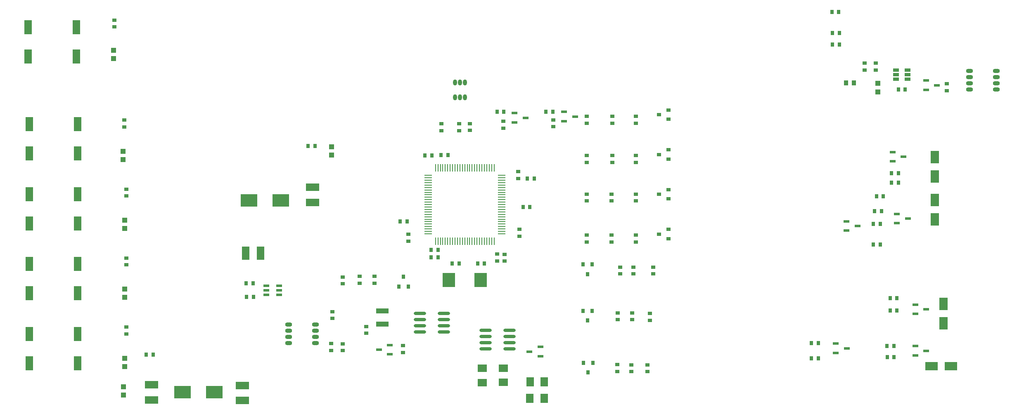
<source format=gtp>
G04*
G04 #@! TF.GenerationSoftware,Altium Limited,Altium Designer,22.3.1 (43)*
G04*
G04 Layer_Color=8421504*
%FSLAX24Y24*%
%MOIN*%
G70*
G04*
G04 #@! TF.SameCoordinates,EB2419D6-8F1E-4273-BF56-69E21729E32B*
G04*
G04*
G04 #@! TF.FilePolarity,Positive*
G04*
G01*
G75*
%ADD20R,0.0984X0.1181*%
%ADD21R,0.0315X0.0354*%
%ADD22O,0.0098X0.0610*%
%ADD23O,0.0610X0.0098*%
%ADD24O,0.0571X0.0354*%
%ADD25R,0.1102X0.0591*%
%ADD26R,0.0453X0.0236*%
%ADD27R,0.0984X0.0669*%
%ADD28R,0.1378X0.0984*%
%ADD29R,0.0394X0.0394*%
%ADD30R,0.0591X0.1102*%
%ADD31R,0.0354X0.0276*%
%ADD32R,0.0354X0.0315*%
%ADD33R,0.0591X0.0748*%
%ADD34R,0.0748X0.0591*%
%ADD35R,0.0315X0.0354*%
%ADD36R,0.0354X0.0315*%
%ADD37R,0.0512X0.0276*%
%ADD38R,0.0276X0.0354*%
%ADD39R,0.0433X0.0433*%
%ADD40R,0.0354X0.0394*%
%ADD41R,0.0626X0.1118*%
%ADD42R,0.0669X0.0984*%
%ADD43O,0.0984X0.0276*%
%ADD44O,0.0315X0.0492*%
%ADD45R,0.0480X0.0244*%
%ADD46R,0.1024X0.0433*%
D20*
X71060Y28389D02*
D03*
X73619D02*
D03*
D21*
X71876Y29700D02*
D03*
X71324D02*
D03*
X73926D02*
D03*
X73374D02*
D03*
X60250Y39200D02*
D03*
X59699D02*
D03*
X107898Y43774D02*
D03*
X107347D02*
D03*
X77950Y36596D02*
D03*
X77399D02*
D03*
X100876Y22050D02*
D03*
X100324D02*
D03*
X100876Y23283D02*
D03*
X100324D02*
D03*
X107350Y37006D02*
D03*
X106799D02*
D03*
X106450Y22150D02*
D03*
X107001D02*
D03*
X106976Y23050D02*
D03*
X106424D02*
D03*
X106674Y25900D02*
D03*
X107226D02*
D03*
X106674Y26900D02*
D03*
X107226D02*
D03*
X106126Y35150D02*
D03*
X105574D02*
D03*
X105324Y32900D02*
D03*
X105876D02*
D03*
X105324Y31250D02*
D03*
X105876D02*
D03*
X105976Y33950D02*
D03*
X105424D02*
D03*
X106799Y36256D02*
D03*
X107350D02*
D03*
X70424Y38496D02*
D03*
X70976D02*
D03*
X67124Y33100D02*
D03*
X67676D02*
D03*
X69124Y38446D02*
D03*
X69676D02*
D03*
X70176Y30200D02*
D03*
X69624D02*
D03*
X70176Y30800D02*
D03*
X69624D02*
D03*
X55276Y27000D02*
D03*
X54724D02*
D03*
X55251Y28100D02*
D03*
X54700D02*
D03*
X75500Y41996D02*
D03*
X74949D02*
D03*
X79450D02*
D03*
X78899D02*
D03*
X77050Y34296D02*
D03*
X77601D02*
D03*
X47176Y22350D02*
D03*
X46624D02*
D03*
D22*
X69980Y31515D02*
D03*
X70177D02*
D03*
X70374D02*
D03*
X70570D02*
D03*
X70767D02*
D03*
X70964D02*
D03*
X71161D02*
D03*
X71358D02*
D03*
X71555D02*
D03*
X71752D02*
D03*
X71948D02*
D03*
X72145D02*
D03*
X72342D02*
D03*
X72539D02*
D03*
X72736D02*
D03*
X72933D02*
D03*
X73130D02*
D03*
X73326D02*
D03*
X73523D02*
D03*
X73720D02*
D03*
X73917D02*
D03*
X74114D02*
D03*
X74311D02*
D03*
X74507D02*
D03*
X74704D02*
D03*
Y37440D02*
D03*
X74507D02*
D03*
X74311D02*
D03*
X74114D02*
D03*
X73917D02*
D03*
X73720D02*
D03*
X73523D02*
D03*
X73326D02*
D03*
X73130D02*
D03*
X72933D02*
D03*
X72736D02*
D03*
X72539D02*
D03*
X72342D02*
D03*
X72145D02*
D03*
X71948D02*
D03*
X71752D02*
D03*
X71555D02*
D03*
X71358D02*
D03*
X71161D02*
D03*
X70964D02*
D03*
X70767D02*
D03*
X70570D02*
D03*
X70374D02*
D03*
X70177D02*
D03*
X69980D02*
D03*
D23*
X75305Y32115D02*
D03*
Y32312D02*
D03*
Y32509D02*
D03*
Y32706D02*
D03*
Y32903D02*
D03*
Y33100D02*
D03*
Y33296D02*
D03*
Y33493D02*
D03*
Y33690D02*
D03*
Y33887D02*
D03*
Y34084D02*
D03*
Y34281D02*
D03*
Y34478D02*
D03*
Y34674D02*
D03*
Y34871D02*
D03*
Y35068D02*
D03*
Y35265D02*
D03*
Y35462D02*
D03*
Y35659D02*
D03*
Y35856D02*
D03*
Y36052D02*
D03*
Y36249D02*
D03*
Y36446D02*
D03*
Y36643D02*
D03*
Y36840D02*
D03*
X69380D02*
D03*
Y36643D02*
D03*
Y36446D02*
D03*
Y36249D02*
D03*
Y36052D02*
D03*
Y35856D02*
D03*
Y35659D02*
D03*
Y35462D02*
D03*
Y35265D02*
D03*
Y35068D02*
D03*
Y34871D02*
D03*
Y34674D02*
D03*
Y34478D02*
D03*
Y34281D02*
D03*
Y34084D02*
D03*
Y33887D02*
D03*
Y33690D02*
D03*
Y33493D02*
D03*
Y33296D02*
D03*
Y33100D02*
D03*
Y32903D02*
D03*
Y32706D02*
D03*
Y32509D02*
D03*
Y32312D02*
D03*
Y32115D02*
D03*
D24*
X58127Y24796D02*
D03*
Y24296D02*
D03*
Y23796D02*
D03*
Y23296D02*
D03*
X60273Y24796D02*
D03*
Y24296D02*
D03*
Y23796D02*
D03*
Y23296D02*
D03*
X115245Y43768D02*
D03*
Y44268D02*
D03*
Y44768D02*
D03*
Y45268D02*
D03*
X113100Y43768D02*
D03*
Y44268D02*
D03*
Y44768D02*
D03*
Y45268D02*
D03*
D25*
X60050Y35870D02*
D03*
Y34650D02*
D03*
X47050Y18690D02*
D03*
Y19910D02*
D03*
X54400Y18640D02*
D03*
Y19860D02*
D03*
D26*
X107232Y33730D02*
D03*
Y32981D02*
D03*
X108117Y33356D02*
D03*
X107767Y38356D02*
D03*
X106882Y37981D02*
D03*
Y38730D02*
D03*
X109593Y26009D02*
D03*
X108707Y25635D02*
D03*
Y26383D02*
D03*
X109593Y22659D02*
D03*
X108707Y22285D02*
D03*
Y23033D02*
D03*
X110465Y44124D02*
D03*
X109580Y43750D02*
D03*
Y44498D02*
D03*
X65407Y22746D02*
D03*
X66293Y23120D02*
D03*
Y22372D02*
D03*
X102300Y23233D02*
D03*
Y22485D02*
D03*
X103186Y22859D02*
D03*
X103157Y33124D02*
D03*
Y32376D02*
D03*
X104043Y32750D02*
D03*
X81243Y41596D02*
D03*
X80357Y41222D02*
D03*
Y41970D02*
D03*
X78443Y22222D02*
D03*
Y22970D02*
D03*
X77557Y22596D02*
D03*
X76357Y41870D02*
D03*
Y41122D02*
D03*
X77243Y41496D02*
D03*
D27*
X111600Y21400D02*
D03*
X110025D02*
D03*
D28*
X54920Y34800D02*
D03*
X57480D02*
D03*
X49570Y19300D02*
D03*
X52130D02*
D03*
D29*
X61600Y39135D02*
D03*
Y38465D02*
D03*
X44000Y46950D02*
D03*
Y46281D02*
D03*
X44750Y38120D02*
D03*
Y38789D02*
D03*
X44900Y33213D02*
D03*
Y32544D02*
D03*
Y27637D02*
D03*
Y26968D02*
D03*
Y22061D02*
D03*
Y21392D02*
D03*
X44800Y19065D02*
D03*
Y19735D02*
D03*
D30*
X55860Y30550D02*
D03*
X54640D02*
D03*
D31*
X44868Y41301D02*
D03*
Y40750D02*
D03*
X45018Y24573D02*
D03*
Y24021D02*
D03*
X105522Y45348D02*
D03*
Y45900D02*
D03*
X104622Y45348D02*
D03*
Y45900D02*
D03*
X45018Y29598D02*
D03*
Y30149D02*
D03*
X44068Y48845D02*
D03*
Y49396D02*
D03*
X45018Y35174D02*
D03*
Y35725D02*
D03*
D32*
X61650Y25822D02*
D03*
Y25271D02*
D03*
X67350Y23076D02*
D03*
Y22524D02*
D03*
X84650Y20996D02*
D03*
Y21548D02*
D03*
X84700Y25171D02*
D03*
Y25722D02*
D03*
X84900Y28871D02*
D03*
Y29422D02*
D03*
X82200Y34774D02*
D03*
Y35326D02*
D03*
X111261Y43692D02*
D03*
Y44243D02*
D03*
X76650Y37148D02*
D03*
Y36596D02*
D03*
X76750Y32476D02*
D03*
Y31924D02*
D03*
X75550Y30451D02*
D03*
Y29900D02*
D03*
X82200Y41599D02*
D03*
Y41047D02*
D03*
X74950Y29924D02*
D03*
Y30476D02*
D03*
X72750Y41026D02*
D03*
Y40474D02*
D03*
X64400Y24626D02*
D03*
Y24074D02*
D03*
X62500Y23226D02*
D03*
Y22674D02*
D03*
X61550Y23246D02*
D03*
Y22695D02*
D03*
X86154Y41047D02*
D03*
Y41599D02*
D03*
Y31999D02*
D03*
Y31447D02*
D03*
Y35322D02*
D03*
Y34771D02*
D03*
Y38432D02*
D03*
Y37881D02*
D03*
X87300Y25121D02*
D03*
Y25672D02*
D03*
X85850Y25171D02*
D03*
Y25722D02*
D03*
X62500Y28071D02*
D03*
Y28622D02*
D03*
X87550Y28871D02*
D03*
Y29422D02*
D03*
X85950Y28871D02*
D03*
Y29422D02*
D03*
X87100Y21522D02*
D03*
Y20971D02*
D03*
X85800Y20971D02*
D03*
Y21522D02*
D03*
X65050Y28672D02*
D03*
Y28121D02*
D03*
X63850Y28672D02*
D03*
Y28121D02*
D03*
X67800Y31524D02*
D03*
Y32076D02*
D03*
X70450Y40998D02*
D03*
Y40446D02*
D03*
X71900Y40998D02*
D03*
Y40446D02*
D03*
X75450Y41198D02*
D03*
Y40646D02*
D03*
X79500Y41322D02*
D03*
Y40771D02*
D03*
X82200Y31447D02*
D03*
Y31999D02*
D03*
X84177Y31447D02*
D03*
Y31999D02*
D03*
Y34771D02*
D03*
Y35322D02*
D03*
X82200Y37881D02*
D03*
Y38432D02*
D03*
X84250Y37881D02*
D03*
Y38432D02*
D03*
Y41047D02*
D03*
Y41599D02*
D03*
D33*
X78751Y20146D02*
D03*
X77609D02*
D03*
X77599Y18800D02*
D03*
X78741D02*
D03*
D34*
X75450Y20099D02*
D03*
Y21241D02*
D03*
X73750Y21238D02*
D03*
Y20096D02*
D03*
D35*
X82300Y20903D02*
D03*
X81926Y21690D02*
D03*
X82674D02*
D03*
X82250Y25103D02*
D03*
X81876Y25890D02*
D03*
X82624D02*
D03*
X82250Y28853D02*
D03*
X81876Y29640D02*
D03*
X82624D02*
D03*
X67026Y27853D02*
D03*
X67774D02*
D03*
X67400Y28640D02*
D03*
D36*
X88794Y31722D02*
D03*
Y32470D02*
D03*
X88006Y32096D02*
D03*
Y35313D02*
D03*
X88794Y35687D02*
D03*
Y34939D02*
D03*
X88006Y38530D02*
D03*
X88794Y38904D02*
D03*
Y38156D02*
D03*
X88006Y41746D02*
D03*
X88794Y42120D02*
D03*
Y41372D02*
D03*
D37*
X107150Y45348D02*
D03*
Y44974D02*
D03*
Y44600D02*
D03*
X108095D02*
D03*
Y44974D02*
D03*
Y45348D02*
D03*
D38*
X102024Y47400D02*
D03*
X102576D02*
D03*
X102024Y48350D02*
D03*
X102576D02*
D03*
X102526Y50050D02*
D03*
X101974D02*
D03*
D39*
X105672Y43570D02*
D03*
Y44278D02*
D03*
D40*
X103107Y44324D02*
D03*
X103737D02*
D03*
D41*
X41000Y48828D02*
D03*
Y46450D02*
D03*
X37102D02*
D03*
Y48828D02*
D03*
X37202Y29678D02*
D03*
Y27300D02*
D03*
X41100D02*
D03*
Y29678D02*
D03*
X37202Y35328D02*
D03*
Y32950D02*
D03*
X41100D02*
D03*
Y35328D02*
D03*
Y24028D02*
D03*
Y21650D02*
D03*
X37202D02*
D03*
Y24028D02*
D03*
Y40978D02*
D03*
Y38600D02*
D03*
X41100D02*
D03*
Y40978D02*
D03*
D42*
X111000Y26446D02*
D03*
Y24871D02*
D03*
X110274Y38306D02*
D03*
Y36731D02*
D03*
Y33281D02*
D03*
Y34856D02*
D03*
D43*
X75965Y22800D02*
D03*
Y23300D02*
D03*
Y23800D02*
D03*
Y24300D02*
D03*
X74035Y22800D02*
D03*
Y23300D02*
D03*
Y23800D02*
D03*
Y24300D02*
D03*
X70665Y24196D02*
D03*
Y24696D02*
D03*
Y25196D02*
D03*
Y25696D02*
D03*
X68735Y24196D02*
D03*
Y24696D02*
D03*
Y25196D02*
D03*
Y25696D02*
D03*
D44*
X72344Y43136D02*
D03*
X71950D02*
D03*
X71556D02*
D03*
Y44357D02*
D03*
X71950D02*
D03*
X72344D02*
D03*
D45*
X57366Y27176D02*
D03*
Y27550D02*
D03*
Y27924D02*
D03*
X56334D02*
D03*
Y27550D02*
D03*
Y27176D02*
D03*
D46*
X65700Y24815D02*
D03*
Y25878D02*
D03*
M02*

</source>
